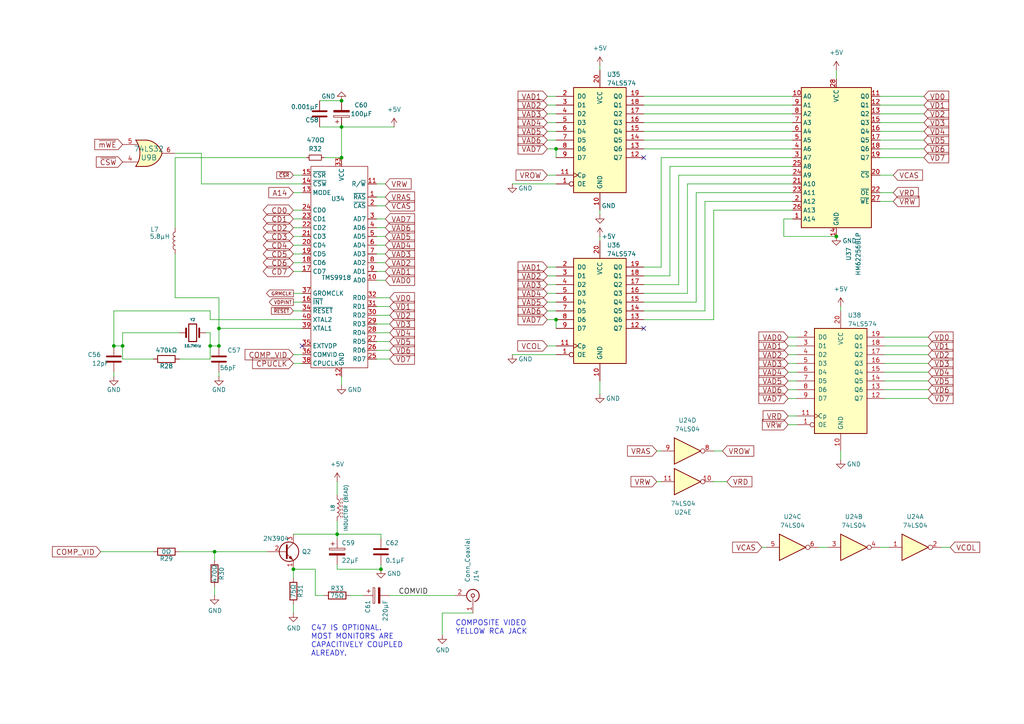
<source format=kicad_sch>
(kicad_sch (version 20231120) (generator "eeschema") (generator_version "8.0")
  (paper "A4")
  (title_block (title "TI-99/22") (date "2023-01-21") (rev "0.96") (company "Dan Werner - https://github.com/danwerner21/ti99_22") (comment 1 "Schematic for Keyboard, Joystick and Cassette port.") (comment 3 "was based on the HackMac KiCAD Design") (comment 4 "Based Robert Krenicki's design which") (comment 5 "Original - https://github.com/rkrenicki/TI99-Motherboard"))
  (lib_symbols
    (symbol "74xx:74LS04"
      (property "Reference" "U" (at 0 1.27 0))
      (property "Value" "74LS04" (at 0 -1.27 0))
      (symbol "74LS04_1_0"
        (pin input line (at -7.62 0 0) (length 3.81) (name "~") (number "1"))
        (pin output inverted (at 7.62 0 180) (length 3.81) (name "~") (number "2"))
      )
      (symbol "74LS04_2_0"
        (pin input line (at -7.62 0 0) (length 3.81) (name "~") (number "3"))
        (pin output inverted (at 7.62 0 180) (length 3.81) (name "~") (number "4"))
      )
      (symbol "74LS04_3_0"
        (pin input line (at -7.62 0 0) (length 3.81) (name "~") (number "5"))
        (pin output inverted (at 7.62 0 180) (length 3.81) (name "~") (number "6"))
      )
      (symbol "74LS04_4_0"
        (pin output inverted (at 7.62 0 180) (length 3.81) (name "~") (number "8"))
        (pin input line (at -7.62 0 0) (length 3.81) (name "~") (number "9"))
      )
      (symbol "74LS04_5_0"
        (pin output inverted (at 7.62 0 180) (length 3.81) (name "~") (number "10"))
        (pin input line (at -7.62 0 0) (length 3.81) (name "~") (number "11"))
      )
      (symbol "74LS04_6_0"
        (pin output inverted (at 7.62 0 180) (length 3.81) (name "~") (number "12"))
        (pin input line (at -7.62 0 0) (length 3.81) (name "~") (number "13"))
      )
      (symbol "74LS04_7_0"
        (pin power_in line (at 0 12.7 270) (length 5.08) (name "VCC") (number "14"))
        (pin power_in line (at 0 -12.7 90) (length 5.08) (name "GND") (number "7"))
      )
    )
    (symbol "74xx:74LS32" (pin_names (offset 1.016))
      (property "Reference" "U" (at 0 1.27 0))
      (property "Value" "74LS32" (at 0 -1.27 0))
      (symbol "74LS32_1_1"
        (pin input line (at -7.62 2.54 0) (length 4.318) (name "~") (number "1"))
        (pin input line (at -7.62 -2.54 0) (length 4.318) (name "~") (number "2"))
        (pin output line (at 7.62 0 180) (length 3.81) (name "~") (number "3"))
      )
      (symbol "74LS32_1_2"
        (pin input inverted (at -7.62 2.54 0) (length 3.81) (name "~") (number "1"))
        (pin input inverted (at -7.62 -2.54 0) (length 3.81) (name "~") (number "2"))
        (pin output inverted (at 7.62 0 180) (length 3.81) (name "~") (number "3"))
      )
      (symbol "74LS32_2_1"
        (pin input line (at -7.62 2.54 0) (length 4.318) (name "~") (number "4"))
        (pin input line (at -7.62 -2.54 0) (length 4.318) (name "~") (number "5"))
        (pin output line (at 7.62 0 180) (length 3.81) (name "~") (number "6"))
      )
      (symbol "74LS32_2_2"
        (pin input inverted (at -7.62 2.54 0) (length 3.81) (name "~") (number "4"))
        (pin input inverted (at -7.62 -2.54 0) (length 3.81) (name "~") (number "5"))
        (pin output inverted (at 7.62 0 180) (length 3.81) (name "~") (number "6"))
      )
      (symbol "74LS32_3_1"
        (pin input line (at -7.62 -2.54 0) (length 4.318) (name "~") (number "10"))
        (pin output line (at 7.62 0 180) (length 3.81) (name "~") (number "8"))
        (pin input line (at -7.62 2.54 0) (length 4.318) (name "~") (number "9"))
      )
      (symbol "74LS32_3_2"
        (pin input inverted (at -7.62 -2.54 0) (length 3.81) (name "~") (number "10"))
        (pin output inverted (at 7.62 0 180) (length 3.81) (name "~") (number "8"))
        (pin input inverted (at -7.62 2.54 0) (length 3.81) (name "~") (number "9"))
      )
      (symbol "74LS32_4_1"
        (pin output line (at 7.62 0 180) (length 3.81) (name "~") (number "11"))
        (pin input line (at -7.62 2.54 0) (length 4.318) (name "~") (number "12"))
        (pin input line (at -7.62 -2.54 0) (length 4.318) (name "~") (number "13"))
      )
      (symbol "74LS32_4_2"
        (pin output inverted (at 7.62 0 180) (length 3.81) (name "~") (number "11"))
        (pin input inverted (at -7.62 2.54 0) (length 3.81) (name "~") (number "12"))
        (pin input inverted (at -7.62 -2.54 0) (length 3.81) (name "~") (number "13"))
      )
      (symbol "74LS32_5_0"
        (pin power_in line (at 0 12.7 270) (length 5.08) (name "VCC") (number "14"))
        (pin power_in line (at 0 -12.7 90) (length 5.08) (name "GND") (number "7"))
      )
    )
    (symbol "74xx:74LS574" (pin_names (offset 1.016))
      (property "Reference" "U" (at -7.62 16.51 0))
      (property "Value" "74LS574" (at -7.62 -16.51 0))
      (symbol "74LS574_1_0"
        (pin input inverted (at -12.7 -12.7 0) (length 5.08) (name "OE") (number "1"))
        (pin power_in line (at 0 -20.32 90) (length 5.08) (name "GND") (number "10"))
        (pin input clock (at -12.7 -10.16 0) (length 5.08) (name "Cp") (number "11"))
        (pin tri_state line (at 12.7 -5.08 180) (length 5.08) (name "Q7") (number "12"))
        (pin tri_state line (at 12.7 -2.54 180) (length 5.08) (name "Q6") (number "13"))
        (pin tri_state line (at 12.7 0 180) (length 5.08) (name "Q5") (number "14"))
        (pin tri_state line (at 12.7 2.54 180) (length 5.08) (name "Q4") (number "15"))
        (pin tri_state line (at 12.7 5.08 180) (length 5.08) (name "Q3") (number "16"))
        (pin tri_state line (at 12.7 7.62 180) (length 5.08) (name "Q2") (number "17"))
        (pin tri_state line (at 12.7 10.16 180) (length 5.08) (name "Q1") (number "18"))
        (pin tri_state line (at 12.7 12.7 180) (length 5.08) (name "Q0") (number "19"))
        (pin input line (at -12.7 12.7 0) (length 5.08) (name "D0") (number "2"))
        (pin power_in line (at 0 20.32 270) (length 5.08) (name "VCC") (number "20"))
        (pin input line (at -12.7 10.16 0) (length 5.08) (name "D1") (number "3"))
        (pin input line (at -12.7 7.62 0) (length 5.08) (name "D2") (number "4"))
        (pin input line (at -12.7 5.08 0) (length 5.08) (name "D3") (number "5"))
        (pin input line (at -12.7 2.54 0) (length 5.08) (name "D4") (number "6"))
        (pin input line (at -12.7 0 0) (length 5.08) (name "D5") (number "7"))
        (pin input line (at -12.7 -2.54 0) (length 5.08) (name "D6") (number "8"))
        (pin input line (at -12.7 -5.08 0) (length 5.08) (name "D7") (number "9"))
      )
    )
    (symbol "Connector:Conn_Coaxial" (pin_names (offset 1.016) hide)
      (property "Reference" "J" (at 0.254 3.048 0))
      (property "Value" "Conn_Coaxial" (at 2.921 0 90))
      (symbol "Conn_Coaxial_1_1"
        (pin passive line (at -5.08 0 0) (length 2.54) (name "In") (number "1"))
        (pin passive line (at 0 -5.08 90) (length 2.54) (name "Ext") (number "2"))
      )
    )
    (symbol "Custom:TMS9918"
      (property "Reference" "U" (at 0 0 0))
      (symbol "TMS9918_1_1"
        (pin output line (at 11.43 15.24 180) (length 2.54) (name "~{RAS}") (number "1"))
        (pin bidirectional line (at 11.43 -8.89 180) (length 2.54) (name "AD0") (number "10"))
        (pin output line (at 11.43 19.05 180) (length 2.54) (name "R/~{W}") (number "11"))
        (pin power_in line (at 1.27 -36.83 90) (length 2.54) (name "GND") (number "12"))
        (pin input line (at -10.16 16.51 0) (length 2.54) (name "MODE") (number "13"))
        (pin input line (at -10.16 19.05 0) (length 2.54) (name "~{CSW}") (number "14"))
        (pin input line (at -10.16 21.59 0) (length 2.54) (name "~{CSR}") (number "15"))
        (pin output line (at -10.16 -15.24 0) (length 2.54) (name "~{INT}") (number "16"))
        (pin bidirectional line (at -10.16 -6.35 0) (length 2.54) (name "CD7") (number "17"))
        (pin bidirectional line (at -10.16 -3.81 0) (length 2.54) (name "CD6") (number "18"))
        (pin bidirectional line (at -10.16 -1.27 0) (length 2.54) (name "CD5") (number "19"))
        (pin output line (at 11.43 12.7 180) (length 2.54) (name "~{CAS}") (number "2"))
        (pin bidirectional line (at -10.16 1.27 0) (length 2.54) (name "CD4") (number "20"))
        (pin bidirectional line (at -10.16 3.81 0) (length 2.54) (name "CD3") (number "21"))
        (pin bidirectional line (at -10.16 6.35 0) (length 2.54) (name "CD2") (number "22"))
        (pin bidirectional line (at -10.16 8.89 0) (length 2.54) (name "CD1") (number "23"))
        (pin bidirectional line (at -10.16 11.43 0) (length 2.54) (name "CD0") (number "24"))
        (pin bidirectional line (at 11.43 -31.75 180) (length 2.54) (name "RD7") (number "25"))
        (pin bidirectional line (at 11.43 -29.21 180) (length 2.54) (name "RD6") (number "26"))
        (pin bidirectional line (at 11.43 -26.67 180) (length 2.54) (name "RD5") (number "27"))
        (pin bidirectional line (at 11.43 -24.13 180) (length 2.54) (name "RD4") (number "28"))
        (pin bidirectional line (at 11.43 -21.59 180) (length 2.54) (name "RD3") (number "29"))
        (pin bidirectional line (at 11.43 8.89 180) (length 2.54) (name "AD7") (number "3"))
        (pin bidirectional line (at 11.43 -19.05 180) (length 2.54) (name "RD2") (number "30"))
        (pin bidirectional line (at 11.43 -16.51 180) (length 2.54) (name "RD1") (number "31"))
        (pin bidirectional line (at 11.43 -13.97 180) (length 2.54) (name "RD0") (number "32"))
        (pin power_in line (at 1.27 26.67 270) (length 2.54) (name "VCC") (number "33"))
        (pin input line (at -10.16 -17.78 0) (length 2.54) (name "~{RESET}") (number "34"))
        (pin output line (at -10.16 -27.94 0) (length 2.54) (name "EXTVDP") (number "35"))
        (pin output line (at -10.16 -30.48 0) (length 2.54) (name "COMVID") (number "36"))
        (pin output line (at -10.16 -12.7 0) (length 2.54) (name "GROMCLK") (number "37"))
        (pin output line (at -10.16 -33.02 0) (length 2.54) (name "CPUCLK") (number "38"))
        (pin input line (at -10.16 -22.86 0) (length 2.54) (name "XTAL1") (number "39"))
        (pin bidirectional line (at 11.43 6.35 180) (length 2.54) (name "AD6") (number "4"))
        (pin input line (at -10.16 -20.32 0) (length 2.54) (name "XTAL2") (number "40"))
        (pin bidirectional line (at 11.43 3.81 180) (length 2.54) (name "AD5") (number "5"))
        (pin bidirectional line (at 11.43 1.27 180) (length 2.54) (name "AD4") (number "6"))
        (pin bidirectional line (at 11.43 -1.27 180) (length 2.54) (name "AD3") (number "7"))
        (pin bidirectional line (at 11.43 -3.81 180) (length 2.54) (name "AD2") (number "8"))
        (pin bidirectional line (at 11.43 -6.35 180) (length 2.54) (name "AD1") (number "9"))
      )
    )
    (symbol "Device:C" (pin_numbers hide) (pin_names (offset 0.254))
      (property "Reference" "C" (at 0.635 2.54 0))
      (property "Value" "C" (at 0.635 -2.54 0))
      (symbol "C_1_1"
        (pin passive line (at 0 3.81 270) (length 2.794) (name "~") (number "1"))
        (pin passive line (at 0 -3.81 90) (length 2.794) (name "~") (number "2"))
      )
    )
    (symbol "Device:C_Polarized" (pin_numbers hide) (pin_names (offset 0.254))
      (property "Reference" "C" (at 0.635 2.54 0))
      (property "Value" "C_Polarized" (at 0.635 -2.54 0))
      (symbol "C_Polarized_1_1"
        (pin passive line (at 0 3.81 270) (length 2.794) (name "~") (number "1"))
        (pin passive line (at 0 -3.81 90) (length 2.794) (name "~") (number "2"))
      )
    )
    (symbol "Device:Crystal" (pin_numbers hide) (pin_names (offset 1.016) hide)
      (property "Reference" "Y" (at 0 3.81 0))
      (property "Value" "Crystal" (at 0 -3.81 0))
      (symbol "Crystal_1_1"
        (pin passive line (at -3.81 0 0) (length 1.27) (name "1") (number "1"))
        (pin passive line (at 3.81 0 180) (length 1.27) (name "2") (number "2"))
      )
    )
    (symbol "Device:L" (pin_numbers hide) (pin_names (offset 1.016) hide)
      (property "Reference" "L" (at -1.27 0 90))
      (property "Value" "L" (at 1.905 0 90))
      (symbol "L_1_1"
        (pin passive line (at 0 3.81 270) (length 1.27) (name "1") (number "1"))
        (pin passive line (at 0 -3.81 90) (length 1.27) (name "2") (number "2"))
      )
    )
    (symbol "Device:L_Ferrite" (pin_numbers hide) (pin_names (offset 1.016) hide)
      (property "Reference" "L" (at -1.27 0 90))
      (property "Value" "L_Ferrite" (at 2.794 0 90))
      (symbol "L_Ferrite_1_1"
        (pin passive line (at 0 3.81 270) (length 1.27) (name "1") (number "1"))
        (pin passive line (at 0 -3.81 90) (length 1.27) (name "2") (number "2"))
      )
    )
    (symbol "Device:Q_NPN_EBC" (pin_names (offset 0) hide)
      (property "Reference" "Q" (at 5.08 1.27 0))
      (property "Value" "Q_NPN_EBC" (at 5.08 -1.27 0))
      (symbol "Q_NPN_EBC_1_1"
        (pin passive line (at 2.54 -5.08 90) (length 2.54) (name "E") (number "1"))
        (pin passive line (at -5.08 0 0) (length 5.715) (name "B") (number "2"))
        (pin passive line (at 2.54 5.08 270) (length 2.54) (name "C") (number "3"))
      )
    )
    (symbol "Device:R" (pin_numbers hide) (pin_names (offset 0))
      (property "Reference" "R" (at 2.032 0 90))
      (property "Value" "R" (at 0 0 90))
      (symbol "R_1_1"
        (pin passive line (at 0 3.81 270) (length 1.27) (name "~") (number "1"))
        (pin passive line (at 0 -3.81 90) (length 1.27) (name "~") (number "2"))
      )
    )
    (symbol "Device:R_Small" (pin_numbers hide) (pin_names (offset 0.254) hide)
      (property "Reference" "R" (at 0.762 0.508 0))
      (property "Value" "R_Small" (at 0.762 -1.016 0))
      (symbol "R_Small_1_1"
        (pin passive line (at 0 2.54 270) (length 0.762) (name "~") (number "1"))
        (pin passive line (at 0 -2.54 90) (length 0.762) (name "~") (number "2"))
      )
    )
    (symbol "Memory_RAM:HM62256BLP"
      (property "Reference" "U" (at -10.16 20.955 0))
      (property "Value" "HM62256BLP" (at 2.54 20.955 0))
      (symbol "HM62256BLP_0_0"
        (pin power_in line (at 0 -22.86 90) (length 2.54) (name "GND") (number "14"))
        (pin power_in line (at 0 22.86 270) (length 2.54) (name "VCC") (number "28"))
      )
      (symbol "HM62256BLP_1_1"
        (pin input line (at -12.7 -17.78 0) (length 2.54) (name "A14") (number "1"))
        (pin input line (at -12.7 17.78 0) (length 2.54) (name "A0") (number "10"))
        (pin tri_state line (at 12.7 17.78 180) (length 2.54) (name "Q0") (number "11"))
        (pin tri_state line (at 12.7 15.24 180) (length 2.54) (name "Q1") (number "12"))
        (pin tri_state line (at 12.7 12.7 180) (length 2.54) (name "Q2") (number "13"))
        (pin tri_state line (at 12.7 10.16 180) (length 2.54) (name "Q3") (number "15"))
        (pin tri_state line (at 12.7 7.62 180) (length 2.54) (name "Q4") (number "16"))
        (pin tri_state line (at 12.7 5.08 180) (length 2.54) (name "Q5") (number "17"))
        (pin tri_state line (at 12.7 2.54 180) (length 2.54) (name "Q6") (number "18"))
        (pin tri_state line (at 12.7 0 180) (length 2.54) (name "Q7") (number "19"))
        (pin input line (at -12.7 -12.7 0) (length 2.54) (name "A12") (number "2"))
        (pin input line (at 12.7 -5.08 180) (length 2.54) (name "~{CS}") (number "20"))
        (pin input line (at -12.7 -7.62 0) (length 2.54) (name "A10") (number "21"))
        (pin input line (at 12.7 -10.16 180) (length 2.54) (name "~{OE}") (number "22"))
        (pin input line (at -12.7 -10.16 0) (length 2.54) (name "A11") (number "23"))
        (pin input line (at -12.7 -5.08 0) (length 2.54) (name "A9") (number "24"))
        (pin input line (at -12.7 -2.54 0) (length 2.54) (name "A8") (number "25"))
        (pin input line (at -12.7 -15.24 0) (length 2.54) (name "A13") (number "26"))
        (pin input line (at 12.7 -12.7 180) (length 2.54) (name "~{WE}") (number "27"))
        (pin input line (at -12.7 0 0) (length 2.54) (name "A7") (number "3"))
        (pin input line (at -12.7 2.54 0) (length 2.54) (name "A6") (number "4"))
        (pin input line (at -12.7 5.08 0) (length 2.54) (name "A5") (number "5"))
        (pin input line (at -12.7 7.62 0) (length 2.54) (name "A4") (number "6"))
        (pin input line (at -12.7 10.16 0) (length 2.54) (name "A3") (number "7"))
        (pin input line (at -12.7 12.7 0) (length 2.54) (name "A2") (number "8"))
        (pin input line (at -12.7 15.24 0) (length 2.54) (name "A1") (number "9"))
      )
    )
    (symbol "power:+5V" (power) (pin_numbers hide) (pin_names (offset 0) hide)
      (property "Value" "+5V" (at 0 3.556 0))
      (symbol "+5V_1_1"
        (pin power_in line (at 0 0 90) (length 0) (name "~") (number "1"))
      )
    )
    (symbol "power:GND" (power) (pin_numbers hide) (pin_names (offset 0) hide)
      (property "Value" "GND" (at 0 -3.81 0))
      (symbol "GND_1_1"
        (pin power_in line (at 0 0 270) (length 0) (name "~") (number "1"))
      )
    )
  )
  (junction (at 62.23 160.02))
  (junction (at 63.5 95.25))
  (junction (at 99.06 29.21))
  (junction (at 85.09 165.1))
  (junction (at 99.06 45.72))
  (junction (at 242.57 68.58))
  (junction (at 33.02 100.33))
  (junction (at 161.29 92.71))
  (junction (at 161.29 43.18))
  (junction (at 110.49 165.1))
  (junction (at 35.56 100.33))
  (junction (at 63.5 100.33))
  (junction (at 97.79 154.94))
  (junction (at 60.96 100.33))
  (junction (at 99.06 36.83))
  (no_connect (at 186.69 45.72))
  (no_connect (at 87.63 100.33))
  (no_connect (at 186.69 95.25))
  (wire (pts (xy 87.63 53.34) (xy 58.42 53.34)))
  (wire (pts (xy 50.8 44.45) (xy 58.42 44.45)))
  (wire (pts (xy 243.84 130.81) (xy 243.84 133.35)))
  (wire (pts (xy 228.6 105.41) (xy 231.14 105.41)))
  (wire (pts (xy 92.71 29.21) (xy 99.06 29.21)))
  (wire (pts (xy 109.22 101.6) (xy 113.03 101.6)))
  (wire (pts (xy 199.39 53.34) (xy 199.39 85.09)))
  (wire (pts (xy 92.71 36.83) (xy 99.06 36.83)))
  (wire (pts (xy 59.69 96.52) (xy 60.96 96.52)))
  (wire (pts (xy 63.5 95.25) (xy 87.63 95.25)))
  (wire (pts (xy 62.23 160.02) (xy 62.23 162.56)))
  (wire (pts (xy 109.22 88.9) (xy 113.03 88.9)))
  (wire (pts (xy 158.75 33.02) (xy 161.29 33.02)))
  (wire (pts (xy 229.87 58.42) (xy 204.47 58.42)))
  (wire (pts (xy 113.03 172.72) (xy 132.08 172.72)))
  (wire (pts (xy 186.69 33.02) (xy 229.87 33.02)))
  (wire (pts (xy 110.49 163.83) (xy 110.49 165.1)))
  (wire (pts (xy 60.96 104.14) (xy 52.07 104.14)))
  (wire (pts (xy 228.6 110.49) (xy 231.14 110.49)))
  (wire (pts (xy 85.09 73.66) (xy 87.63 73.66)))
  (wire (pts (xy 97.79 154.94) (xy 110.49 154.94)))
  (wire (pts (xy 85.09 87.63) (xy 87.63 87.63)))
  (wire (pts (xy 50.8 45.72) (xy 50.8 66.04)))
  (wire (pts (xy 158.75 43.18) (xy 161.29 43.18)))
  (wire (pts (xy 97.79 139.7) (xy 97.79 143.51)))
  (wire (pts (xy 91.44 172.72) (xy 93.98 172.72)))
  (wire (pts (xy 158.75 38.1) (xy 161.29 38.1)))
  (wire (pts (xy 33.02 107.95) (xy 33.02 109.22)))
  (wire (pts (xy 63.5 95.25) (xy 63.5 100.33)))
  (wire (pts (xy 109.22 76.2) (xy 111.76 76.2)))
  (wire (pts (xy 173.99 60.96) (xy 173.99 62.23)))
  (wire (pts (xy 204.47 90.17) (xy 186.69 90.17)))
  (wire (pts (xy 227.33 68.58) (xy 242.57 68.58)))
  (wire (pts (xy 229.87 55.88) (xy 201.93 55.88)))
  (wire (pts (xy 207.01 130.81) (xy 209.55 130.81)))
  (wire (pts (xy 255.27 38.1) (xy 267.97 38.1)))
  (wire (pts (xy 109.22 91.44) (xy 113.03 91.44)))
  (wire (pts (xy 85.09 50.8) (xy 87.63 50.8)))
  (wire (pts (xy 255.27 35.56) (xy 267.97 35.56)))
  (wire (pts (xy 228.6 97.79) (xy 231.14 97.79)))
  (wire (pts (xy 85.09 165.1) (xy 85.09 167.64)))
  (wire (pts (xy 196.85 82.55) (xy 186.69 82.55)))
  (wire (pts (xy 158.75 35.56) (xy 161.29 35.56)))
  (wire (pts (xy 229.87 43.18) (xy 186.69 43.18)))
  (wire (pts (xy 85.09 71.12) (xy 87.63 71.12)))
  (wire (pts (xy 109.22 59.69) (xy 111.76 59.69)))
  (wire (pts (xy 52.07 160.02) (xy 62.23 160.02)))
  (wire (pts (xy 207.01 139.7) (xy 210.82 139.7)))
  (wire (pts (xy 99.06 35.56) (xy 99.06 36.83)))
  (wire (pts (xy 91.44 165.1) (xy 91.44 172.72)))
  (wire (pts (xy 201.93 87.63) (xy 186.69 87.63)))
  (wire (pts (xy 255.27 58.42) (xy 259.08 58.42)))
  (wire (pts (xy 85.09 68.58) (xy 87.63 68.58)))
  (wire (pts (xy 158.75 50.8) (xy 161.29 50.8)))
  (wire (pts (xy 228.6 100.33) (xy 231.14 100.33)))
  (wire (pts (xy 228.6 115.57) (xy 231.14 115.57)))
  (wire (pts (xy 85.09 85.09) (xy 87.63 85.09)))
  (wire (pts (xy 109.22 99.06) (xy 113.03 99.06)))
  (wire (pts (xy 97.79 163.83) (xy 97.79 165.1)))
  (wire (pts (xy 109.22 63.5) (xy 111.76 63.5)))
  (wire (pts (xy 63.5 107.95) (xy 63.5 109.22)))
  (wire (pts (xy 255.27 30.48) (xy 267.97 30.48)))
  (wire (pts (xy 255.27 158.75) (xy 257.81 158.75)))
  (wire (pts (xy 60.96 92.71) (xy 87.63 92.71)))
  (wire (pts (xy 85.09 105.41) (xy 87.63 105.41)))
  (wire (pts (xy 109.22 81.28) (xy 111.76 81.28)))
  (wire (pts (xy 58.42 53.34) (xy 58.42 44.45)))
  (wire (pts (xy 255.27 50.8) (xy 259.08 50.8)))
  (wire (pts (xy 220.98 158.75) (xy 222.25 158.75)))
  (wire (pts (xy 109.22 53.34) (xy 111.76 53.34)))
  (wire (pts (xy 85.09 63.5) (xy 87.63 63.5)))
  (wire (pts (xy 63.5 86.36) (xy 63.5 95.25)))
  (wire (pts (xy 109.22 57.15) (xy 111.76 57.15)))
  (wire (pts (xy 229.87 38.1) (xy 186.69 38.1)))
  (wire (pts (xy 33.02 90.17) (xy 60.96 90.17)))
  (wire (pts (xy 256.54 102.87) (xy 269.24 102.87)))
  (wire (pts (xy 62.23 160.02) (xy 77.47 160.02)))
  (wire (pts (xy 109.22 68.58) (xy 111.76 68.58)))
  (wire (pts (xy 99.06 36.83) (xy 114.3 36.83)))
  (wire (pts (xy 137.16 177.8) (xy 128.27 177.8)))
  (wire (pts (xy 60.96 96.52) (xy 60.96 100.33)))
  (wire (pts (xy 196.85 50.8) (xy 196.85 82.55)))
  (wire (pts (xy 109.22 73.66) (xy 111.76 73.66)))
  (wire (pts (xy 255.27 45.72) (xy 267.97 45.72)))
  (wire (pts (xy 85.09 55.88) (xy 87.63 55.88)))
  (wire (pts (xy 109.22 104.14) (xy 113.03 104.14)))
  (wire (pts (xy 207.01 60.96) (xy 207.01 92.71)))
  (wire (pts (xy 161.29 95.25) (xy 161.29 92.71)))
  (wire (pts (xy 229.87 63.5) (xy 227.33 63.5)))
  (wire (pts (xy 194.31 48.26) (xy 194.31 80.01)))
  (wire (pts (xy 88.9 45.72) (xy 50.8 45.72)))
  (wire (pts (xy 237.49 158.75) (xy 240.03 158.75)))
  (wire (pts (xy 62.23 170.18) (xy 62.23 172.72)))
  (wire (pts (xy 186.69 30.48) (xy 229.87 30.48)))
  (wire (pts (xy 85.09 90.17) (xy 87.63 90.17)))
  (wire (pts (xy 256.54 107.95) (xy 269.24 107.95)))
  (wire (pts (xy 256.54 110.49) (xy 269.24 110.49)))
  (wire (pts (xy 109.22 86.36) (xy 113.03 86.36)))
  (wire (pts (xy 256.54 105.41) (xy 269.24 105.41)))
  (wire (pts (xy 201.93 55.88) (xy 201.93 87.63)))
  (wire (pts (xy 190.5 139.7) (xy 191.77 139.7)))
  (wire (pts (xy 85.09 165.1) (xy 91.44 165.1)))
  (wire (pts (xy 228.6 123.19) (xy 231.14 123.19)))
  (wire (pts (xy 99.06 36.83) (xy 99.06 45.72)))
  (wire (pts (xy 256.54 100.33) (xy 269.24 100.33)))
  (wire (pts (xy 158.75 77.47) (xy 161.29 77.47)))
  (wire (pts (xy 97.79 165.1) (xy 110.49 165.1)))
  (wire (pts (xy 158.75 92.71) (xy 161.29 92.71)))
  (wire (pts (xy 173.99 110.49) (xy 173.99 114.3)))
  (wire (pts (xy 97.79 154.94) (xy 97.79 156.21)))
  (wire (pts (xy 255.27 33.02) (xy 267.97 33.02)))
  (wire (pts (xy 158.75 100.33) (xy 161.29 100.33)))
  (wire (pts (xy 242.57 20.32) (xy 242.57 22.86)))
  (wire (pts (xy 85.09 60.96) (xy 87.63 60.96)))
  (wire (pts (xy 158.75 82.55) (xy 161.29 82.55)))
  (wire (pts (xy 196.85 50.8) (xy 229.87 50.8)))
  (wire (pts (xy 228.6 113.03) (xy 231.14 113.03)))
  (wire (pts (xy 85.09 76.2) (xy 87.63 76.2)))
  (wire (pts (xy 190.5 130.81) (xy 191.77 130.81)))
  (wire (pts (xy 191.77 45.72) (xy 191.77 77.47)))
  (wire (pts (xy 158.75 87.63) (xy 161.29 87.63)))
  (wire (pts (xy 33.02 90.17) (xy 33.02 100.33)))
  (wire (pts (xy 228.6 107.95) (xy 231.14 107.95)))
  (wire (pts (xy 97.79 151.13) (xy 97.79 154.94)))
  (wire (pts (xy 50.8 73.66) (xy 50.8 86.36)))
  (wire (pts (xy 243.84 88.9) (xy 243.84 90.17)))
  (wire (pts (xy 256.54 97.79) (xy 269.24 97.79)))
  (wire (pts (xy 194.31 80.01) (xy 186.69 80.01)))
  (wire (pts (xy 35.56 96.52) (xy 35.56 100.33)))
  (wire (pts (xy 255.27 40.64) (xy 267.97 40.64)))
  (wire (pts (xy 109.22 78.74) (xy 111.76 78.74)))
  (wire (pts (xy 35.56 100.33) (xy 35.56 104.14)))
  (wire (pts (xy 109.22 66.04) (xy 111.76 66.04)))
  (wire (pts (xy 228.6 102.87) (xy 231.14 102.87)))
  (wire (pts (xy 85.09 175.26) (xy 85.09 177.8)))
  (wire (pts (xy 204.47 58.42) (xy 204.47 90.17)))
  (wire (pts (xy 207.01 92.71) (xy 186.69 92.71)))
  (wire (pts (xy 186.69 35.56) (xy 229.87 35.56)))
  (wire (pts (xy 199.39 85.09) (xy 186.69 85.09)))
  (wire (pts (xy 173.99 19.05) (xy 173.99 20.32)))
  (wire (pts (xy 110.49 154.94) (xy 110.49 156.21)))
  (wire (pts (xy 228.6 120.65) (xy 231.14 120.65)))
  (wire (pts (xy 63.5 86.36) (xy 50.8 86.36)))
  (wire (pts (xy 148.59 102.87) (xy 161.29 102.87)))
  (wire (pts (xy 194.31 48.26) (xy 229.87 48.26)))
  (wire (pts (xy 255.27 27.94) (xy 267.97 27.94)))
  (wire (pts (xy 109.22 96.52) (xy 113.03 96.52)))
  (wire (pts (xy 158.75 80.01) (xy 161.29 80.01)))
  (wire (pts (xy 148.59 53.34) (xy 161.29 53.34)))
  (wire (pts (xy 128.27 177.8) (xy 128.27 184.15)))
  (wire (pts (xy 256.54 115.57) (xy 269.24 115.57)))
  (wire (pts (xy 229.87 53.34) (xy 199.39 53.34)))
  (wire (pts (xy 191.77 77.47) (xy 186.69 77.47)))
  (wire (pts (xy 273.05 158.75) (xy 275.59 158.75)))
  (wire (pts (xy 35.56 96.52) (xy 52.07 96.52)))
  (wire (pts (xy 173.99 68.58) (xy 173.99 69.85)))
  (wire (pts (xy 109.22 93.98) (xy 113.03 93.98)))
  (wire (pts (xy 85.09 66.04) (xy 87.63 66.04)))
  (wire (pts (xy 29.21 160.02) (xy 44.45 160.02)))
  (wire (pts (xy 93.98 45.72) (xy 99.06 45.72)))
  (wire (pts (xy 85.09 154.94) (xy 97.79 154.94)))
  (wire (pts (xy 109.22 71.12) (xy 111.76 71.12)))
  (wire (pts (xy 158.75 30.48) (xy 161.29 30.48)))
  (wire (pts (xy 255.27 55.88) (xy 259.08 55.88)))
  (wire (pts (xy 161.29 43.18) (xy 161.29 45.72)))
  (wire (pts (xy 101.6 172.72) (xy 105.41 172.72)))
  (wire (pts (xy 158.75 40.64) (xy 161.29 40.64)))
  (wire (pts (xy 255.27 43.18) (xy 267.97 43.18)))
  (wire (pts (xy 158.75 27.94) (xy 161.29 27.94)))
  (wire (pts (xy 35.56 104.14) (xy 44.45 104.14)))
  (wire (pts (xy 227.33 63.5) (xy 227.33 68.58)))
  (wire (pts (xy 186.69 27.94) (xy 229.87 27.94)))
  (wire (pts (xy 33.02 100.33) (xy 35.56 100.33)))
  (wire (pts (xy 158.75 90.17) (xy 161.29 90.17)))
  (wire (pts (xy 85.09 78.74) (xy 87.63 78.74)))
  (wire (pts (xy 63.5 100.33) (xy 60.96 100.33)))
  (wire (pts (xy 85.09 102.87) (xy 87.63 102.87)))
  (wire (pts (xy 191.77 45.72) (xy 229.87 45.72)))
  (wire (pts (xy 99.06 109.22) (xy 99.06 111.76)))
  (wire (pts (xy 256.54 113.03) (xy 269.24 113.03)))
  (wire (pts (xy 229.87 60.96) (xy 207.01 60.96)))
  (wire (pts (xy 186.69 40.64) (xy 229.87 40.64)))
  (wire (pts (xy 60.96 90.17) (xy 60.96 92.71)))
  (wire (pts (xy 158.75 85.09) (xy 161.29 85.09)))
  (wire (pts (xy 60.96 100.33) (xy 60.96 104.14)))
  (text "COMPOSITE VIDEO\nYELLOW RCA JACK" (at 132.08 184.15 0) (effects (font (size 1.524 1.524)) (justify left bottom)))
  (text "C47 IS OPTIONAL.\nMOST MONITORS ARE\nCAPACITIVELY COUPLED\nALREADY." (at 90.17 190.5 0) (effects (font (size 1.524 1.524)) (justify left bottom)))
  (label "COMVID" (at 115.57 172.72 0) (effects (font (size 1.524 1.524))))
  (global_label "VD7" (shape input) (at 269.24 115.57 0) (effects (font (size 1.524 1.524))) (property "Intersheetrefs" "${INTERSHEET_REFS}" (effects (hide yes))))
  (global_label "VRW" (shape input) (at 228.6 123.19 180) (effects (font (size 1.524 1.524))) (property "Intersheetrefs" "${INTERSHEET_REFS}" (effects (hide yes))))
  (global_label "VROW" (shape input) (at 209.55 130.81 0) (effects (font (size 1.524 1.524))) (property "Intersheetrefs" "${INTERSHEET_REFS}" (effects (hide yes))))
  (global_label "VAD5" (shape input) (at 158.75 87.63 180) (effects (font (size 1.524 1.524))) (property "Intersheetrefs" "${INTERSHEET_REFS}" (effects (hide yes))))
  (global_label "VD3" (shape input) (at 267.97 35.56 0) (effects (font (size 1.524 1.524))) (property "Intersheetrefs" "${INTERSHEET_REFS}" (effects (hide yes))))
  (global_label "VAD2" (shape input) (at 228.6 102.87 180) (effects (font (size 1.524 1.524))) (property "Intersheetrefs" "${INTERSHEET_REFS}" (effects (hide yes))))
  (global_label "VCOL" (shape input) (at 275.59 158.75 0) (effects (font (size 1.524 1.524))) (property "Intersheetrefs" "${INTERSHEET_REFS}" (effects (hide yes))))
  (global_label "VAD3" (shape input) (at 111.76 73.66 0) (effects (font (size 1.524 1.524))) (property "Intersheetrefs" "${INTERSHEET_REFS}" (effects (hide yes))))
  (global_label "VD2" (shape input) (at 113.03 91.44 0) (effects (font (size 1.524 1.524))) (property "Intersheetrefs" "${INTERSHEET_REFS}" (effects (hide yes))))
  (global_label "VAD7" (shape input) (at 158.75 92.71 180) (effects (font (size 1.524 1.524))) (property "Intersheetrefs" "${INTERSHEET_REFS}" (effects (hide yes))))
  (global_label "VRD" (shape input) (at 228.6 120.65 180) (effects (font (size 1.524 1.524))) (property "Intersheetrefs" "${INTERSHEET_REFS}" (effects (hide yes))))
  (global_label "VD1" (shape input) (at 113.03 88.9 0) (effects (font (size 1.524 1.524))) (property "Intersheetrefs" "${INTERSHEET_REFS}" (effects (hide yes))))
  (global_label "VD3" (shape input) (at 113.03 93.98 0) (effects (font (size 1.524 1.524))) (property "Intersheetrefs" "${INTERSHEET_REFS}" (effects (hide yes))))
  (global_label "VD2" (shape input) (at 269.24 102.87 0) (effects (font (size 1.524 1.524))) (property "Intersheetrefs" "${INTERSHEET_REFS}" (effects (hide yes))))
  (global_label "COMP_VID" (shape input) (at 85.09 102.87 180) (effects (font (size 1.524 1.524))) (property "Intersheetrefs" "${INTERSHEET_REFS}" (effects (hide yes))))
  (global_label "VAD1" (shape input) (at 158.75 27.94 180) (effects (font (size 1.524 1.524))) (property "Intersheetrefs" "${INTERSHEET_REFS}" (effects (hide yes))))
  (global_label "VRD" (shape input) (at 259.08 55.88 0) (effects (font (size 1.524 1.524))) (property "Intersheetrefs" "${INTERSHEET_REFS}" (effects (hide yes))))
  (global_label "VAD0" (shape input) (at 228.6 97.79 180) (effects (font (size 1.524 1.524))) (property "Intersheetrefs" "${INTERSHEET_REFS}" (effects (hide yes))))
  (global_label "VD3" (shape input) (at 269.24 105.41 0) (effects (font (size 1.524 1.524))) (property "Intersheetrefs" "${INTERSHEET_REFS}" (effects (hide yes))))
  (global_label "VAD6" (shape input) (at 228.6 113.03 180) (effects (font (size 1.524 1.524))) (property "Intersheetrefs" "${INTERSHEET_REFS}" (effects (hide yes))))
  (global_label "CPUCLK" (shape input) (at 85.09 105.41 180) (effects (font (size 1.524 1.524))) (property "Intersheetrefs" "${INTERSHEET_REFS}" (effects (hide yes))))
  (global_label "VD7" (shape input) (at 267.97 45.72 0) (effects (font (size 1.524 1.524))) (property "Intersheetrefs" "${INTERSHEET_REFS}" (effects (hide yes))))
  (global_label "VAD4" (shape input) (at 228.6 107.95 180) (effects (font (size 1.524 1.524))) (property "Intersheetrefs" "${INTERSHEET_REFS}" (effects (hide yes))))
  (global_label "VRAS" (shape input) (at 190.5 130.81 180) (effects (font (size 1.524 1.524))) (property "Intersheetrefs" "${INTERSHEET_REFS}" (effects (hide yes))))
  (global_label "VAD3" (shape input) (at 158.75 33.02 180) (effects (font (size 1.524 1.524))) (property "Intersheetrefs" "${INTERSHEET_REFS}" (effects (hide yes))))
  (global_label "COMP_VID" (shape input) (at 29.21 160.02 180) (effects (font (size 1.524 1.524))) (property "Intersheetrefs" "${INTERSHEET_REFS}" (effects (hide yes))))
  (global_label "VROW" (shape input) (at 158.75 50.8 180) (effects (font (size 1.524 1.524))) (property "Intersheetrefs" "${INTERSHEET_REFS}" (effects (hide yes))))
  (global_label "CD6" (shape bidirectional) (at 85.09 76.2 180) (effects (font (size 1.524 1.524))) (property "Intersheetrefs" "${INTERSHEET_REFS}" (effects (hide yes))))
  (global_label "VD5" (shape input) (at 267.97 40.64 0) (effects (font (size 1.524 1.524))) (property "Intersheetrefs" "${INTERSHEET_REFS}" (effects (hide yes))))
  (global_label "VD6" (shape input) (at 113.03 101.6 0) (effects (font (size 1.524 1.524))) (property "Intersheetrefs" "${INTERSHEET_REFS}" (effects (hide yes))))
  (global_label "VAD7" (shape input) (at 111.76 63.5 0) (effects (font (size 1.524 1.524))) (property "Intersheetrefs" "${INTERSHEET_REFS}" (effects (hide yes))))
  (global_label "VD5" (shape input) (at 113.03 99.06 0) (effects (font (size 1.524 1.524))) (property "Intersheetrefs" "${INTERSHEET_REFS}" (effects (hide yes))))
  (global_label "CD5" (shape bidirectional) (at 85.09 73.66 180) (effects (font (size 1.524 1.524))) (property "Intersheetrefs" "${INTERSHEET_REFS}" (effects (hide yes))))
  (global_label "VAD1" (shape input) (at 158.75 77.47 180) (effects (font (size 1.524 1.524))) (property "Intersheetrefs" "${INTERSHEET_REFS}" (effects (hide yes))))
  (global_label "~{CSR}" (shape input) (at 85.09 50.8 180) (effects (font (size 0.9906 0.9906))) (property "Intersheetrefs" "${INTERSHEET_REFS}" (effects (hide yes))))
  (global_label "CD0" (shape bidirectional) (at 85.09 60.96 180) (effects (font (size 1.524 1.524))) (property "Intersheetrefs" "${INTERSHEET_REFS}" (effects (hide yes))))
  (global_label "VD5" (shape input) (at 269.24 110.49 0) (effects (font (size 1.524 1.524))) (property "Intersheetrefs" "${INTERSHEET_REFS}" (effects (hide yes))))
  (global_label "VAD1" (shape input) (at 228.6 100.33 180) (effects (font (size 1.524 1.524))) (property "Intersheetrefs" "${INTERSHEET_REFS}" (effects (hide yes))))
  (global_label "~{CSW}" (shape input) (at 35.56 46.99 180) (effects (font (size 1.524 1.524))) (property "Intersheetrefs" "${INTERSHEET_REFS}" (effects (hide yes))))
  (global_label "VAD4" (shape input) (at 158.75 35.56 180) (effects (font (size 1.524 1.524))) (property "Intersheetrefs" "${INTERSHEET_REFS}" (effects (hide yes))))
  (global_label "VD4" (shape input) (at 267.97 38.1 0) (effects (font (size 1.524 1.524))) (property "Intersheetrefs" "${INTERSHEET_REFS}" (effects (hide yes))))
  (global_label "VAD0" (shape input) (at 111.76 81.28 0) (effects (font (size 1.524 1.524))) (property "Intersheetrefs" "${INTERSHEET_REFS}" (effects (hide yes))))
  (global_label "VD1" (shape input) (at 267.97 30.48 0) (effects (font (size 1.524 1.524))) (property "Intersheetrefs" "${INTERSHEET_REFS}" (effects (hide yes))))
  (global_label "VDPINT" (shape output) (at 85.09 87.63 180) (effects (font (size 0.9906 0.9906))) (property "Intersheetrefs" "${INTERSHEET_REFS}" (effects (hide yes))))
  (global_label "VAD3" (shape input) (at 158.75 82.55 180) (effects (font (size 1.524 1.524))) (property "Intersheetrefs" "${INTERSHEET_REFS}" (effects (hide yes))))
  (global_label "CD7" (shape bidirectional) (at 85.09 78.74 180) (effects (font (size 1.524 1.524))) (property "Intersheetrefs" "${INTERSHEET_REFS}" (effects (hide yes))))
  (global_label "~{RESET}" (shape input) (at 85.09 90.17 180) (effects (font (size 0.9906 0.9906))) (property "Intersheetrefs" "${INTERSHEET_REFS}" (effects (hide yes))))
  (global_label "VD6" (shape input) (at 269.24 113.03 0) (effects (font (size 1.524 1.524))) (property "Intersheetrefs" "${INTERSHEET_REFS}" (effects (hide yes))))
  (global_label "VD0" (shape input) (at 113.03 86.36 0) (effects (font (size 1.524 1.524))) (property "Intersheetrefs" "${INTERSHEET_REFS}" (effects (hide yes))))
  (global_label "CD4" (shape bidirectional) (at 85.09 71.12 180) (effects (font (size 1.524 1.524))) (property "Intersheetrefs" "${INTERSHEET_REFS}" (effects (hide yes))))
  (global_label "VAD3" (shape input) (at 228.6 105.41 180) (effects (font (size 1.524 1.524))) (property "Intersheetrefs" "${INTERSHEET_REFS}" (effects (hide yes))))
  (global_label "VD1" (shape input) (at 269.24 100.33 0) (effects (font (size 1.524 1.524))) (property "Intersheetrefs" "${INTERSHEET_REFS}" (effects (hide yes))))
  (global_label "VD6" (shape input) (at 267.97 43.18 0) (effects (font (size 1.524 1.524))) (property "Intersheetrefs" "${INTERSHEET_REFS}" (effects (hide yes))))
  (global_label "VD0" (shape input) (at 267.97 27.94 0) (effects (font (size 1.524 1.524))) (property "Intersheetrefs" "${INTERSHEET_REFS}" (effects (hide yes))))
  (global_label "VAD6" (shape input) (at 158.75 40.64 180) (effects (font (size 1.524 1.524))) (property "Intersheetrefs" "${INTERSHEET_REFS}" (effects (hide yes))))
  (global_label "VD2" (shape input) (at 267.97 33.02 0) (effects (font (size 1.524 1.524))) (property "Intersheetrefs" "${INTERSHEET_REFS}" (effects (hide yes))))
  (global_label "VAD2" (shape input) (at 158.75 80.01 180) (effects (font (size 1.524 1.524))) (property "Intersheetrefs" "${INTERSHEET_REFS}" (effects (hide yes))))
  (global_label "VAD1" (shape input) (at 111.76 78.74 0) (effects (font (size 1.524 1.524))) (property "Intersheetrefs" "${INTERSHEET_REFS}" (effects (hide yes))))
  (global_label "CD1" (shape bidirectional) (at 85.09 63.5 180) (effects (font (size 1.524 1.524))) (property "Intersheetrefs" "${INTERSHEET_REFS}" (effects (hide yes))))
  (global_label "VAD7" (shape input) (at 158.75 43.18 180) (effects (font (size 1.524 1.524))) (property "Intersheetrefs" "${INTERSHEET_REFS}" (effects (hide yes))))
  (global_label "VAD6" (shape input) (at 158.75 90.17 180) (effects (font (size 1.524 1.524))) (property "Intersheetrefs" "${INTERSHEET_REFS}" (effects (hide yes))))
  (global_label "VRW" (shape input) (at 111.76 53.34 0) (effects (font (size 1.524 1.524))) (property "Intersheetrefs" "${INTERSHEET_REFS}" (effects (hide yes))))
  (global_label "VD4" (shape input) (at 113.03 96.52 0) (effects (font (size 1.524 1.524))) (property "Intersheetrefs" "${INTERSHEET_REFS}" (effects (hide yes))))
  (global_label "VAD2" (shape input) (at 111.76 76.2 0) (effects (font (size 1.524 1.524))) (property "Intersheetrefs" "${INTERSHEET_REFS}" (effects (hide yes))))
  (global_label "VAD5" (shape input) (at 158.75 38.1 180) (effects (font (size 1.524 1.524))) (property "Intersheetrefs" "${INTERSHEET_REFS}" (effects (hide yes))))
  (global_label "CD2" (shape bidirectional) (at 85.09 66.04 180) (effects (font (size 1.524 1.524))) (property "Intersheetrefs" "${INTERSHEET_REFS}" (effects (hide yes))))
  (global_label "VAD4" (shape input) (at 111.76 71.12 0) (effects (font (size 1.524 1.524))) (property "Intersheetrefs" "${INTERSHEET_REFS}" (effects (hide yes))))
  (global_label "VRW" (shape input) (at 190.5 139.7 180) (effects (font (size 1.524 1.524))) (property "Intersheetrefs" "${INTERSHEET_REFS}" (effects (hide yes))))
  (global_label "VCAS" (shape input) (at 111.76 59.69 0) (effects (font (size 1.524 1.524))) (property "Intersheetrefs" "${INTERSHEET_REFS}" (effects (hide yes))))
  (global_label "VAD7" (shape input) (at 228.6 115.57 180) (effects (font (size 1.524 1.524))) (property "Intersheetrefs" "${INTERSHEET_REFS}" (effects (hide yes))))
  (global_label "VCAS" (shape input) (at 259.08 50.8 0) (effects (font (size 1.524 1.524))) (property "Intersheetrefs" "${INTERSHEET_REFS}" (effects (hide yes))))
  (global_label "VAD6" (shape input) (at 111.76 66.04 0) (effects (font (size 1.524 1.524))) (property "Intersheetrefs" "${INTERSHEET_REFS}" (effects (hide yes))))
  (global_label "VRW" (shape input) (at 259.08 58.42 0) (effects (font (size 1.524 1.524))) (property "Intersheetrefs" "${INTERSHEET_REFS}" (effects (hide yes))))
  (global_label "VCOL" (shape input) (at 158.75 100.33 180) (effects (font (size 1.524 1.524))) (property "Intersheetrefs" "${INTERSHEET_REFS}" (effects (hide yes))))
  (global_label "VCAS" (shape input) (at 220.98 158.75 180) (effects (font (size 1.524 1.524))) (property "Intersheetrefs" "${INTERSHEET_REFS}" (effects (hide yes))))
  (global_label "VD7" (shape input) (at 113.03 104.14 0) (effects (font (size 1.524 1.524))) (property "Intersheetrefs" "${INTERSHEET_REFS}" (effects (hide yes))))
  (global_label "GRMCLK" (shape output) (at 85.09 85.09 180) (effects (font (size 0.9906 0.9906))) (property "Intersheetrefs" "${INTERSHEET_REFS}" (effects (hide yes))))
  (global_label "VAD5" (shape input) (at 228.6 110.49 180) (effects (font (size 1.524 1.524))) (property "Intersheetrefs" "${INTERSHEET_REFS}" (effects (hide yes))))
  (global_label "CD3" (shape bidirectional) (at 85.09 68.58 180) (effects (font (size 1.524 1.524))) (property "Intersheetrefs" "${INTERSHEET_REFS}" (effects (hide yes))))
  (global_label "A14" (shape input) (at 85.09 55.88 180) (effects (font (size 1.524 1.524))) (property "Intersheetrefs" "${INTERSHEET_REFS}" (effects (hide yes))))
  (global_label "VAD5" (shape input) (at 111.76 68.58 0) (effects (font (size 1.524 1.524))) (property "Intersheetrefs" "${INTERSHEET_REFS}" (effects (hide yes))))
  (global_label "VAD4" (shape input) (at 158.75 85.09 180) (effects (font (size 1.524 1.524))) (property "Intersheetrefs" "${INTERSHEET_REFS}" (effects (hide yes))))
  (global_label "~{mWE}" (shape input) (at 35.56 41.91 180) (effects (font (size 1.524 1.524))) (property "Intersheetrefs" "${INTERSHEET_REFS}" (effects (hide yes))))
  (global_label "VAD2" (shape input) (at 158.75 30.48 180) (effects (font (size 1.524 1.524))) (property "Intersheetrefs" "${INTERSHEET_REFS}" (effects (hide yes))))
  (global_label "VRAS" (shape input) (at 111.76 57.15 0) (effects (font (size 1.524 1.524))) (property "Intersheetrefs" "${INTERSHEET_REFS}" (effects (hide yes))))
  (global_label "VD0" (shape input) (at 269.24 97.79 0) (effects (font (size 1.524 1.524))) (property "Intersheetrefs" "${INTERSHEET_REFS}" (effects (hide yes))))
  (global_label "VRD" (shape input) (at 210.82 139.7 0) (effects (font (size 1.524 1.524))) (property "Intersheetrefs" "${INTERSHEET_REFS}" (effects (hide yes))))
  (global_label "VD4" (shape input) (at 269.24 107.95 0) (effects (font (size 1.524 1.524))) (property "Intersheetrefs" "${INTERSHEET_REFS}" (effects (hide yes))))
  (symbol (lib_id "74xx:74LS32") (at 43.18 44.45 0) (mirror x) (unit 2)
    (property "Reference" "U9" (at 43.18 45.72 0) (effects (font (size 1.524 1.524))))
    (property "Value" "74LS32" (at 43.18 43.18 0) (effects (font (size 1.524 1.524))))
    (property "Footprint" "Custom:STD_DDW_DIP14" (effects (hide yes)))
  )
  (symbol (lib_id "Device:Crystal") (at 55.88 96.52 0) (unit 1)
    (property "Reference" "Y2" (at 55.88 92.71 0) (effects (font (size 0.762 0.762))))
    (property "Value" "10.7MHz" (at 55.88 100.33 0) (effects (font (size 0.762 0.762))))
    (property "Footprint" "Custom:STD_DDW_XTAL" (effects (hide yes)))
  )
  (symbol (lib_id "Device:R") (at 48.26 104.14 270) (unit 1)
    (property "Reference" "R28" (at 48.26 106.172 90))
    (property "Value" "470kΩ" (at 48.26 101.6 90))
    (property "Footprint" "Custom:STD_DDW_RESISTOR" (effects (hide yes)))
  )
  (symbol (lib_id "Device:C") (at 33.02 104.14 0) (unit 1)
    (property "Reference" "C56" (at 25.4 102.87 0) (effects (justify left)))
    (property "Value" "12pF" (at 26.67 105.41 0) (effects (justify left)))
    (property "Footprint" "Custom:STD_DDW_CAP" (effects (hide yes)))
  )
  (symbol (lib_id "Device:C") (at 63.5 104.14 0) (unit 1)
    (property "Reference" "C57" (at 69.85 101.6 0) (effects (justify right)))
    (property "Value" "56pF" (at 68.58 106.68 0) (effects (justify right)))
    (property "Footprint" "Custom:STD_DDW_CAP" (effects (hide yes)))
  )
  (symbol (lib_id "power:GND") (at 63.5 109.22 0) (unit 1)
    (property "Reference" "#PWR0108" (effects (hide yes)))
    (property "Value" "GND" (at 63.5 113.03 0))
    (property "Description" "Power symbol creates a global label with name \"GND\" , ground" (effects (hide yes)))
  )
  (symbol (lib_id "power:GND") (at 33.02 109.22 0) (unit 1)
    (property "Reference" "#PWR0106" (effects (hide yes)))
    (property "Value" "GND" (at 33.02 113.03 0))
    (property "Description" "Power symbol creates a global label with name \"GND\" , ground" (effects (hide yes)))
  )
  (symbol (lib_id "Device:C_Polarized") (at 99.06 33.02 0) (mirror x) (unit 1)
    (property "Reference" "C60" (at 106.68 30.48 0) (effects (justify right)))
    (property "Value" "100µF" (at 107.95 33.02 0) (effects (justify right)))
    (property "Footprint" "Custom:STD_DDW_PCAP" (effects (hide yes)))
  )
  (symbol (lib_id "Device:C") (at 92.71 33.02 180) (unit 1)
    (property "Reference" "C58" (at 92.456 34.798 0) (effects (justify left)))
    (property "Value" "0.001µF" (at 92.456 30.988 0) (effects (justify left)))
    (property "Footprint" "Custom:STD_DDW_CAP" (effects (hide yes)))
  )
  (symbol (lib_id "Device:R_Small") (at 91.44 45.72 270) (unit 1)
    (property "Reference" "R32" (at 91.44 43.18 90))
    (property "Value" "470Ω" (at 88.9 40.64 90) (effects (justify left)))
    (property "Footprint" "Custom:STD_DDW_RESISTOR" (effects (hide yes)))
  )
  (symbol (lib_id "Device:L") (at 50.8 69.85 180) (unit 1)
    (property "Reference" "L7" (at 44.831 66.548 0))
    (property "Value" "5.8µH" (at 46.355 68.58 0))
    (property "Footprint" "Custom:STD_DDW_RESISTOR" (effects (hide yes)))
  )
  (symbol (lib_id "74xx:74LS04") (at 265.43 158.75 0) (unit 1)
    (property "Reference" "U24" (at 265.43 149.86 0))
    (property "Value" "74LS04" (at 265.43 152.4 0))
    (property "Footprint" "Custom:STD_DDW_DIP14" (effects (hide yes)))
    (property "Datasheet" "http://www.ti.com/lit/gpn/sn74LS04" (effects (hide yes)))
  )
  (symbol (lib_id "Device:R") (at 97.79 172.72 90) (unit 1)
    (property "Reference" "R33" (at 97.79 170.688 90))
    (property "Value" "75Ω" (at 97.79 172.72 90))
    (property "Footprint" "Custom:STD_DDW_RESISTOR" (effects (hide yes)))
  )
  (symbol (lib_id "power:+5V") (at 114.3 36.83 0) (unit 1)
    (property "Reference" "#PWR0114" (effects (hide yes)))
    (property "Value" "+5V" (at 114.3 31.75 0))
    (property "Description" "Power symbol creates a global label with name \"+5V\"" (effects (hide yes)))
  )
  (symbol (lib_id "74xx:74LS04") (at 229.87 158.75 0) (unit 3)
    (property "Reference" "U24" (at 229.87 149.86 0))
    (property "Value" "74LS04" (at 229.87 152.4 0))
    (property "Footprint" "Custom:STD_DDW_DIP14" (effects (hide yes)))
    (property "Datasheet" "http://www.ti.com/lit/gpn/sn74LS04" (effects (hide yes)))
  )
  (symbol (lib_id "power:GND") (at 243.84 133.35 0) (unit 1)
    (property "Reference" "#PWR0125" (effects (hide yes)))
    (property "Value" "GND" (at 247.65 134.62 0))
    (property "Description" "Power symbol creates a global label with name \"GND\" , ground" (effects (hide yes)))
  )
  (symbol (lib_id "power:GND") (at 242.57 68.58 0) (unit 1)
    (property "Reference" "#PWR0123" (effects (hide yes)))
    (property "Value" "GND" (at 246.38 69.85 0))
    (property "Description" "Power symbol creates a global label with name \"GND\" , ground" (effects (hide yes)))
  )
  (symbol (lib_id "power:GND") (at 62.23 172.72 0) (unit 1)
    (property "Reference" "#PWR0107" (effects (hide yes)))
    (property "Value" "GND" (at 62.357 177.1142 0))
    (property "Description" "Power symbol creates a global label with name \"GND\" , ground" (effects (hide yes)))
  )
  (symbol (lib_id "power:GND") (at 99.06 111.76 0) (unit 1)
    (property "Reference" "#PWR0112" (effects (hide yes)))
    (property "Value" "GND" (at 102.87 113.03 0))
    (property "Description" "Power symbol creates a global label with name \"GND\" , ground" (effects (hide yes)))
  )
  (symbol (lib_id "power:GND") (at 173.99 114.3 0) (unit 1)
    (property "Reference" "#PWR0121" (effects (hide yes)))
    (property "Value" "GND" (at 177.8 115.57 0))
    (property "Description" "Power symbol creates a global label with name \"GND\" , ground" (effects (hide yes)))
  )
  (symbol (lib_id "Device:R") (at 48.26 160.02 270) (unit 1)
    (property "Reference" "R29" (at 48.26 162.052 90))
    (property "Value" "0Ω" (at 48.26 160.02 90))
    (property "Footprint" "Custom:STD_DDW_RESISTOR" (effects (hide yes)))
  )
  (symbol (lib_id "power:GND") (at 85.09 177.8 0) (unit 1)
    (property "Reference" "#PWR0109" (effects (hide yes)))
    (property "Value" "GND" (at 85.217 182.1942 0))
    (property "Description" "Power symbol creates a global label with name \"GND\" , ground" (effects (hide yes)))
  )
  (symbol (lib_id "power:+5V") (at 243.84 88.9 0) (unit 1)
    (property "Reference" "#PWR0124" (effects (hide yes)))
    (property "Value" "+5V" (at 243.84 83.82 0))
    (property "Description" "Power symbol creates a global label with name \"+5V\"" (effects (hide yes)))
  )
  (symbol (lib_id "power:GND") (at 99.06 29.21 180) (unit 1)
    (property "Reference" "#PWR0111" (effects (hide yes)))
    (property "Value" "GND" (at 95.25 27.94 0))
    (property "Description" "Power symbol creates a global label with name \"GND\" , ground" (effects (hide yes)))
  )
  (symbol (lib_id "Device:C") (at 110.49 160.02 0) (unit 1)
    (property "Reference" "C62" (at 111.76 157.48 0) (effects (justify left)))
    (property "Value" "0.1µF" (at 111.76 162.56 0) (effects (justify left)))
    (property "Footprint" "Custom:STD_DDW_CAP" (effects (hide yes)))
  )
  (symbol (lib_id "power:+5V") (at 97.79 139.7 0) (unit 1)
    (property "Reference" "#PWR0110" (effects (hide yes)))
    (property "Value" "+5V" (at 97.79 134.62 0))
    (property "Description" "Power symbol creates a global label with name \"+5V\"" (effects (hide yes)))
  )
  (symbol (lib_id "Memory_RAM:HM62256BLP") (at 242.57 45.72 0) (unit 1)
    (property "Reference" "U37" (at 246.1514 73.66 90))
    (property "Value" "HM62256BLP" (at 248.92 73.66 90))
    (property "Footprint" "Custom:STD_DDW_DIP28" (effects (hide yes)))
    (property "Datasheet" "https://web.mit.edu/6.115/www/document/62256.pdf" (effects (hide yes)))
  )
  (symbol (lib_id "power:GND") (at 148.59 53.34 0) (unit 1)
    (property "Reference" "#PWR0116" (effects (hide yes)))
    (property "Value" "GND" (at 152.4 54.61 0))
    (property "Description" "Power symbol creates a global label with name \"GND\" , ground" (effects (hide yes)))
  )
  (symbol (lib_id "power:+5V") (at 173.99 68.58 0) (unit 1)
    (property "Reference" "#PWR0120" (effects (hide yes)))
    (property "Value" "+5V" (at 176.53 68.58 0))
    (property "Description" "Power symbol creates a global label with name \"+5V\"" (effects (hide yes)))
  )
  (symbol (lib_id "Device:R") (at 62.23 166.37 0) (unit 1)
    (property "Reference" "R30" (at 64.262 166.37 90))
    (property "Value" "470Ω" (at 62.23 166.37 90))
    (property "Footprint" "Custom:STD_DDW_RESISTOR" (effects (hide yes)))
  )
  (symbol (lib_id "power:GND") (at 128.27 184.15 0) (unit 1)
    (property "Reference" "#PWR0115" (effects (hide yes)))
    (property "Value" "GND" (at 128.397 188.5442 0))
    (property "Description" "Power symbol creates a global label with name \"GND\" , ground" (effects (hide yes)))
  )
  (symbol (lib_id "Connector:Conn_Coaxial") (at 137.16 172.72 270) (mirror x) (unit 1)
    (property "Reference" "J14" (at 138.1369 168.91 0) (effects (justify left)))
    (property "Value" "Conn_Coaxial" (at 135.5969 168.91 0) (effects (justify left)))
    (property "Footprint" "Custom:CUI_RCJ-047" (effects (hide yes)))
    (property "Description" "coaxial connector (BNC, SMA, SMB, SMC, Cinch/RCA, LEMO, ...)" (effects (hide yes)))
  )
  (symbol (lib_id "Device:R") (at 85.09 171.45 0) (unit 1)
    (property "Reference" "R31" (at 87.122 171.45 90))
    (property "Value" "75Ω" (at 85.09 171.45 90))
    (property "Footprint" "Custom:STD_DDW_RESISTOR" (effects (hide yes)))
  )
  (symbol (lib_id "Custom:TMS9918") (at 97.79 72.39 0) (unit 1)
    (property "Reference" "U34" (at 96.012 57.658 0) (effects (justify left)))
    (property "Value" "TMS9918" (at 93.218 80.518 0) (effects (justify left)))
    (property "Footprint" "Custom:STD_DDW_DIP40" (effects (hide yes)))
  )
  (symbol (lib_id "power:GND") (at 110.49 165.1 0) (unit 1)
    (property "Reference" "#PWR0113" (effects (hide yes)))
    (property "Value" "GND" (at 114.3 166.37 0))
    (property "Description" "Power symbol creates a global label with name \"GND\" , ground" (effects (hide yes)))
  )
  (symbol (lib_id "power:GND") (at 148.59 102.87 0) (unit 1)
    (property "Reference" "#PWR0117" (effects (hide yes)))
    (property "Value" "GND" (at 152.4 104.14 0))
    (property "Description" "Power symbol creates a global label with name \"GND\" , ground" (effects (hide yes)))
  )
  (symbol (lib_id "Device:C_Polarized") (at 109.22 172.72 90) (mirror x) (unit 1)
    (property "Reference" "C61" (at 106.68 173.99 0) (effects (justify left)))
    (property "Value" "220µF" (at 111.76 173.99 0) (effects (justify left)))
    (property "Footprint" "Custom:STD_DDW_PCAP" (effects (hide yes)))
  )
  (symbol (lib_id "power:GND") (at 173.99 62.23 0) (unit 1)
    (property "Reference" "#PWR0119" (effects (hide yes)))
    (property "Value" "GND" (at 176.53 59.69 0))
    (property "Description" "Power symbol creates a global label with name \"GND\" , ground" (effects (hide yes)))
  )
  (symbol (lib_id "power:+5V") (at 242.57 20.32 0) (unit 1)
    (property "Reference" "#PWR0122" (effects (hide yes)))
    (property "Value" "+5V" (at 242.57 15.24 0))
    (property "Description" "Power symbol creates a global label with name \"+5V\"" (effects (hide yes)))
  )
  (symbol (lib_id "Device:Q_NPN_EBC") (at 82.55 160.02 0) (unit 1)
    (property "Reference" "Q2" (at 88.9 160.02 0))
    (property "Value" "2N3904" (at 80.0608 156.21 0))
    (property "Footprint" "Custom:STD_DDW_TO92" (effects (hide yes)))
  )
  (symbol (lib_id "74xx:74LS04") (at 247.65 158.75 0) (unit 2)
    (property "Reference" "U24" (at 247.65 149.86 0))
    (property "Value" "74LS04" (at 247.65 152.4 0))
    (property "Footprint" "Custom:STD_DDW_DIP14" (effects (hide yes)))
    (property "Datasheet" "http://www.ti.com/lit/gpn/sn74LS04" (effects (hide yes)))
  )
  (symbol (lib_id "74xx:74LS574") (at 243.84 110.49 0) (unit 1)
    (property "Reference" "U38" (at 245.8594 91.44 0) (effects (justify left)))
    (property "Value" "74LS574" (at 245.8594 93.98 0) (effects (justify left)))
    (property "Footprint" "Custom:STD_DDW_DIP20" (effects (hide yes)))
    (property "Datasheet" "http://www.ti.com/lit/gpn/sn74LS574" (effects (hide yes)))
  )
  (symbol (lib_id "74xx:74LS04") (at 199.39 139.7 0) (unit 5)
    (property "Reference" "U24" (at 198.12 148.59 0))
    (property "Value" "74LS04" (at 198.12 146.05 0))
    (property "Footprint" "Custom:STD_DDW_DIP14" (effects (hide yes)))
    (property "Datasheet" "http://www.ti.com/lit/gpn/sn74LS04" (effects (hide yes)))
  )
  (symbol (lib_id "74xx:74LS574") (at 173.99 40.64 0) (unit 1)
    (property "Reference" "U35" (at 176.0094 21.59 0) (effects (justify left)))
    (property "Value" "74LS574" (at 176.0094 24.13 0) (effects (justify left)))
    (property "Footprint" "Custom:STD_DDW_DIP20" (effects (hide yes)))
    (property "Datasheet" "http://www.ti.com/lit/gpn/sn74LS574" (effects (hide yes)))
  )
  (symbol (lib_id "Device:C_Polarized") (at 97.79 160.02 0) (unit 1)
    (property "Reference" "C59" (at 99.06 157.48 0) (effects (justify left)))
    (property "Value" "22µF" (at 99.06 162.56 0) (effects (justify left)))
    (property "Footprint" "Custom:STD_DDW_PCAP" (effects (hide yes)))
  )
  (symbol (lib_id "Device:L_Ferrite") (at 97.79 147.32 0) (unit 1)
    (property "Reference" "L8" (at 96.52 147.32 90) (effects (font (size 1.016 1.016))))
    (property "Value" "INDUCTOR (BEAD)" (at 100.33 147.32 90) (effects (font (size 1.016 1.016))))
    (property "Footprint" "Custom:STD_DDW_RESISTOR" (effects (hide yes)))
  )
  (symbol (lib_id "74xx:74LS574") (at 173.99 90.17 0) (unit 1)
    (property "Reference" "U36" (at 176.0094 71.12 0) (effects (justify left)))
    (property "Value" "74LS574" (at 176.0094 73.66 0) (effects (justify left)))
    (property "Footprint" "Custom:STD_DDW_DIP20" (effects (hide yes)))
    (property "Datasheet" "http://www.ti.com/lit/gpn/sn74LS574" (effects (hide yes)))
  )
  (symbol (lib_id "74xx:74LS04") (at 199.39 130.81 0) (unit 4)
    (property "Reference" "U24" (at 199.39 121.92 0))
    (property "Value" "74LS04" (at 199.39 124.46 0))
    (property "Footprint" "Custom:STD_DDW_DIP14" (effects (hide yes)))
    (property "Datasheet" "http://www.ti.com/lit/gpn/sn74LS04" (effects (hide yes)))
  )
  (symbol (lib_id "power:+5V") (at 173.99 19.05 0) (unit 1)
    (property "Reference" "#PWR0118" (effects (hide yes)))
    (property "Value" "+5V" (at 173.99 13.97 0))
    (property "Description" "Power symbol creates a global label with name \"+5V\"" (effects (hide yes)))
  )
)
</source>
